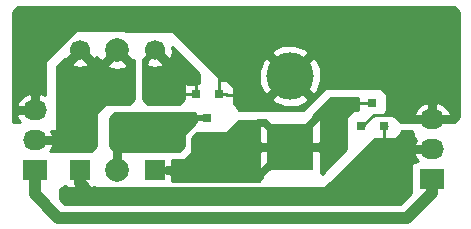
<source format=gbr>
G04 #@! TF.FileFunction,Copper,L1,Top,Signal*
%FSLAX46Y46*%
G04 Gerber Fmt 4.6, Leading zero omitted, Abs format (unit mm)*
G04 Created by KiCad (PCBNEW 4.0.2-stable) date 9/4/2016 3:00:48 AM*
%MOMM*%
G01*
G04 APERTURE LIST*
%ADD10C,0.100000*%
%ADD11C,1.699260*%
%ADD12R,1.699260X1.699260*%
%ADD13R,0.800100X0.800100*%
%ADD14C,1.998980*%
%ADD15C,4.000000*%
%ADD16R,4.000000X4.000000*%
%ADD17R,2.032000X1.727200*%
%ADD18O,2.032000X1.727200*%
%ADD19C,0.600000*%
%ADD20C,0.250000*%
%ADD21C,0.640000*%
%ADD22C,0.700000*%
%ADD23C,1.000000*%
%ADD24C,0.600000*%
%ADD25C,0.500000*%
%ADD26C,0.750000*%
%ADD27C,0.254000*%
G04 APERTURE END LIST*
D10*
D11*
X130810000Y-99060000D03*
D12*
X130810000Y-109220000D03*
D11*
X137160000Y-99060000D03*
D12*
X137160000Y-109220000D03*
D13*
X142555000Y-102776020D03*
X140655000Y-102776020D03*
X141605000Y-104775000D03*
X154625000Y-105503980D03*
X156525000Y-105503980D03*
X155575000Y-103505000D03*
D14*
X133985000Y-109220000D03*
X133985000Y-99060000D03*
D15*
X148590000Y-101220000D03*
D16*
X148590000Y-107220000D03*
D17*
X127000000Y-109220000D03*
D18*
X127000000Y-106680000D03*
X127000000Y-104140000D03*
D17*
X160655000Y-109982000D03*
D18*
X160655000Y-107442000D03*
X160655000Y-104902000D03*
D19*
X161500000Y-102220000D03*
X161500000Y-100220000D03*
X161500000Y-97970000D03*
X160000000Y-96470000D03*
X158000000Y-96470000D03*
X156000000Y-96470000D03*
X154000000Y-96470000D03*
X152000000Y-96470000D03*
X150000000Y-96470000D03*
X148000000Y-96470000D03*
X146000000Y-96470000D03*
X143750000Y-96470000D03*
X141750000Y-96470000D03*
X139750000Y-96470000D03*
X137750000Y-96470000D03*
X135750000Y-96470000D03*
X133750000Y-96470000D03*
X131750000Y-96470000D03*
X129750000Y-96470000D03*
X127750000Y-96470000D03*
X126500000Y-97720000D03*
X126500000Y-99470000D03*
X126500000Y-101220000D03*
X134000000Y-101720000D03*
X132000000Y-101720000D03*
X130750000Y-102970000D03*
X130750000Y-104970000D03*
X130750000Y-106720000D03*
D20*
X161500000Y-100220000D02*
X161500000Y-102220000D01*
X160000000Y-96470000D02*
X161500000Y-97970000D01*
X158000000Y-96470000D02*
X160000000Y-96470000D01*
X154000000Y-96470000D02*
X156000000Y-96470000D01*
X150000000Y-96470000D02*
X152000000Y-96470000D01*
X146000000Y-96470000D02*
X148000000Y-96470000D01*
X141750000Y-96470000D02*
X143750000Y-96470000D01*
X137750000Y-96470000D02*
X139750000Y-96470000D01*
X133750000Y-96470000D02*
X135750000Y-96470000D01*
X129750000Y-96470000D02*
X131750000Y-96470000D01*
X126500000Y-97720000D02*
X127750000Y-96470000D01*
X126500000Y-102526400D02*
X126500000Y-101220000D01*
X127000000Y-104140000D02*
X127000000Y-103026400D01*
X127000000Y-103026400D02*
X126500000Y-102526400D01*
X156000000Y-104521000D02*
X158801000Y-104521000D01*
X155702000Y-104521000D02*
X156000000Y-104521000D01*
X156000000Y-104521000D02*
X156500000Y-104521000D01*
X154719020Y-105503980D02*
X155702000Y-104521000D01*
X158801000Y-104521000D02*
X159182000Y-104902000D01*
X159182000Y-104902000D02*
X160655000Y-104902000D01*
X154625000Y-105503980D02*
X154846020Y-105503980D01*
X146685000Y-102870000D02*
X148590000Y-100965000D01*
X143299030Y-102870000D02*
X146685000Y-102870000D01*
X142555000Y-102776020D02*
X143205050Y-102776020D01*
X143205050Y-102776020D02*
X143299030Y-102870000D01*
X142555000Y-101280000D02*
X142555000Y-102776020D01*
X138430000Y-97155000D02*
X142555000Y-101280000D01*
D21*
X148590000Y-107130000D02*
X151000000Y-104720000D01*
D20*
X148590000Y-107220000D02*
X148590000Y-107130000D01*
D21*
X146250000Y-109470000D02*
X145250000Y-109470000D01*
D22*
X148000000Y-107720000D02*
X146000000Y-109720000D01*
D20*
X146000000Y-105220000D02*
X145500000Y-105220000D01*
D21*
X146500000Y-105220000D02*
X146000000Y-105220000D01*
X148500000Y-107220000D02*
X146500000Y-105220000D01*
D20*
X148590000Y-107220000D02*
X148500000Y-107220000D01*
X151765000Y-103505000D02*
X155575000Y-103505000D01*
X148590000Y-106965000D02*
X148590000Y-106680000D01*
X137160000Y-109220000D02*
X144780000Y-109220000D01*
X130750000Y-102970000D02*
X132000000Y-101720000D01*
X130750000Y-106720000D02*
X130750000Y-104970000D01*
X158000000Y-106720000D02*
X157500000Y-106720000D01*
X156525000Y-105503980D02*
X156783980Y-105503980D01*
X158722000Y-107442000D02*
X160655000Y-107442000D01*
X156525000Y-106154030D02*
X156525000Y-105503980D01*
D23*
X130810000Y-110319630D02*
X131615370Y-111125000D01*
X130810000Y-109220000D02*
X130810000Y-110319630D01*
X131615370Y-111125000D02*
X151554030Y-111125000D01*
D20*
X156525000Y-107118000D02*
X156525000Y-106154030D01*
X140655000Y-101875000D02*
X139975000Y-101875000D01*
X139975000Y-101875000D02*
X137160000Y-99060000D01*
X140655000Y-102776020D02*
X140655000Y-101875000D01*
X136120742Y-100840742D02*
X138056020Y-102776020D01*
X138056020Y-102776020D02*
X140655000Y-102776020D01*
X136120742Y-100220000D02*
X136120742Y-100840742D01*
X136310371Y-100030371D02*
X136120742Y-100220000D01*
D24*
X137160000Y-99060000D02*
X136310371Y-99909629D01*
X136310371Y-99909629D02*
X136310371Y-100030371D01*
D20*
X140655000Y-102555000D02*
X140655000Y-102776020D01*
X133985000Y-107315000D02*
X136525000Y-104775000D01*
D25*
X136525000Y-104775000D02*
X141605000Y-104775000D01*
D26*
X133985000Y-109220000D02*
X133985000Y-107315000D01*
D23*
X160655000Y-109982000D02*
X160655000Y-111095600D01*
X158530600Y-113220000D02*
X129000000Y-113220000D01*
X160655000Y-111095600D02*
X158530600Y-113220000D01*
X129000000Y-113220000D02*
X127000000Y-111220000D01*
X127000000Y-111220000D02*
X127000000Y-109220000D01*
D27*
G36*
X140623000Y-104522606D02*
X140623000Y-105086725D01*
X140577950Y-105131775D01*
X140577950Y-105212444D01*
X139660197Y-106130197D01*
X139632334Y-106172211D01*
X139623000Y-106220000D01*
X139623000Y-107167394D01*
X139197394Y-107593000D01*
X134213991Y-107593000D01*
X134126634Y-107567704D01*
X133899348Y-107593000D01*
X133802606Y-107593000D01*
X133377000Y-107167394D01*
X133377000Y-104772606D01*
X133802606Y-104347000D01*
X140447394Y-104347000D01*
X140623000Y-104522606D01*
X140623000Y-104522606D01*
G37*
X140623000Y-104522606D02*
X140623000Y-105086725D01*
X140577950Y-105131775D01*
X140577950Y-105212444D01*
X139660197Y-106130197D01*
X139632334Y-106172211D01*
X139623000Y-106220000D01*
X139623000Y-107167394D01*
X139197394Y-107593000D01*
X134213991Y-107593000D01*
X134126634Y-107567704D01*
X133899348Y-107593000D01*
X133802606Y-107593000D01*
X133377000Y-107167394D01*
X133377000Y-104772606D01*
X133802606Y-104347000D01*
X140447394Y-104347000D01*
X140623000Y-104522606D01*
G36*
X154373000Y-104093000D02*
X154000000Y-104093000D01*
X153950590Y-104103006D01*
X153910197Y-104130197D01*
X153410197Y-104630197D01*
X153382334Y-104672211D01*
X153373000Y-104720000D01*
X153373000Y-107417394D01*
X151284791Y-109505603D01*
X151211268Y-109358556D01*
X151217000Y-109344718D01*
X151217000Y-107624750D01*
X151060250Y-107468000D01*
X148838000Y-107468000D01*
X148838000Y-107488000D01*
X148342000Y-107488000D01*
X148342000Y-107468000D01*
X146119750Y-107468000D01*
X145963000Y-107624750D01*
X145963000Y-109344718D01*
X146058455Y-109575167D01*
X146234833Y-109751545D01*
X146273028Y-109767366D01*
X145947394Y-110093000D01*
X138636630Y-110093000D01*
X138636630Y-109624750D01*
X138479880Y-109468000D01*
X138111667Y-109468000D01*
X138081011Y-108972000D01*
X138479880Y-108972000D01*
X138636630Y-108815250D01*
X138636630Y-108331000D01*
X139700000Y-108331000D01*
X139749410Y-108320994D01*
X139789803Y-108293803D01*
X140297803Y-107785803D01*
X140325666Y-107743789D01*
X140335000Y-107696000D01*
X140335000Y-106478606D01*
X140768606Y-106045000D01*
X143256000Y-106045000D01*
X143305410Y-106034994D01*
X143345803Y-106007803D01*
X144324606Y-105029000D01*
X145990455Y-105029000D01*
X145963000Y-105095282D01*
X145963000Y-106815250D01*
X146119750Y-106972000D01*
X148342000Y-106972000D01*
X148342000Y-106952000D01*
X148838000Y-106952000D01*
X148838000Y-106972000D01*
X151060250Y-106972000D01*
X151217000Y-106815250D01*
X151217000Y-105095282D01*
X151121545Y-104864833D01*
X150945167Y-104688455D01*
X150714718Y-104593000D01*
X150588878Y-104593000D01*
X152053398Y-103097000D01*
X154373000Y-103097000D01*
X154373000Y-104093000D01*
X154373000Y-104093000D01*
G37*
X154373000Y-104093000D02*
X154000000Y-104093000D01*
X153950590Y-104103006D01*
X153910197Y-104130197D01*
X153410197Y-104630197D01*
X153382334Y-104672211D01*
X153373000Y-104720000D01*
X153373000Y-107417394D01*
X151284791Y-109505603D01*
X151211268Y-109358556D01*
X151217000Y-109344718D01*
X151217000Y-107624750D01*
X151060250Y-107468000D01*
X148838000Y-107468000D01*
X148838000Y-107488000D01*
X148342000Y-107488000D01*
X148342000Y-107468000D01*
X146119750Y-107468000D01*
X145963000Y-107624750D01*
X145963000Y-109344718D01*
X146058455Y-109575167D01*
X146234833Y-109751545D01*
X146273028Y-109767366D01*
X145947394Y-110093000D01*
X138636630Y-110093000D01*
X138636630Y-109624750D01*
X138479880Y-109468000D01*
X138111667Y-109468000D01*
X138081011Y-108972000D01*
X138479880Y-108972000D01*
X138636630Y-108815250D01*
X138636630Y-108331000D01*
X139700000Y-108331000D01*
X139749410Y-108320994D01*
X139789803Y-108293803D01*
X140297803Y-107785803D01*
X140325666Y-107743789D01*
X140335000Y-107696000D01*
X140335000Y-106478606D01*
X140768606Y-106045000D01*
X143256000Y-106045000D01*
X143305410Y-106034994D01*
X143345803Y-106007803D01*
X144324606Y-105029000D01*
X145990455Y-105029000D01*
X145963000Y-105095282D01*
X145963000Y-106815250D01*
X146119750Y-106972000D01*
X148342000Y-106972000D01*
X148342000Y-106952000D01*
X148838000Y-106952000D01*
X148838000Y-106972000D01*
X151060250Y-106972000D01*
X151217000Y-106815250D01*
X151217000Y-105095282D01*
X151121545Y-104864833D01*
X150945167Y-104688455D01*
X150714718Y-104593000D01*
X150588878Y-104593000D01*
X152053398Y-103097000D01*
X154373000Y-103097000D01*
X154373000Y-104093000D01*
G36*
X134349868Y-99045858D02*
X134335725Y-99060000D01*
X135207576Y-99931851D01*
X135373000Y-99859857D01*
X135373000Y-103167394D01*
X134947394Y-103593000D01*
X133000000Y-103593000D01*
X132950590Y-103603006D01*
X132909663Y-103630735D01*
X132243663Y-104304735D01*
X132216051Y-104346914D01*
X132207000Y-104394000D01*
X132207000Y-107135394D01*
X131773394Y-107569000D01*
X129794000Y-107569000D01*
X129790163Y-107569058D01*
X128998082Y-107593000D01*
X128295021Y-107593000D01*
X128408067Y-107474127D01*
X128565333Y-107154878D01*
X128462992Y-106928000D01*
X127248000Y-106928000D01*
X127248000Y-106948000D01*
X126752000Y-106948000D01*
X126752000Y-106928000D01*
X126732000Y-106928000D01*
X126732000Y-106432000D01*
X126752000Y-106432000D01*
X126752000Y-106412000D01*
X127248000Y-106412000D01*
X127248000Y-106432000D01*
X128462992Y-106432000D01*
X128565333Y-106205122D01*
X128408067Y-105885873D01*
X128371100Y-105847000D01*
X128750000Y-105847000D01*
X128799410Y-105836994D01*
X128841035Y-105808553D01*
X128868315Y-105766159D01*
X128876980Y-105722250D01*
X128904980Y-104142250D01*
X128905000Y-104140000D01*
X128905000Y-100382606D01*
X129114751Y-100172855D01*
X130047870Y-100172855D01*
X130137779Y-100407156D01*
X130704483Y-100561857D01*
X131287251Y-100487915D01*
X131482221Y-100407156D01*
X131530026Y-100282576D01*
X133113149Y-100282576D01*
X133221841Y-100532321D01*
X133843366Y-100712296D01*
X134486453Y-100640723D01*
X134748159Y-100532321D01*
X134856851Y-100282576D01*
X133985000Y-99410725D01*
X133113149Y-100282576D01*
X131530026Y-100282576D01*
X131572130Y-100172855D01*
X130810000Y-99410725D01*
X130047870Y-100172855D01*
X129114751Y-100172855D01*
X129529722Y-99757884D01*
X129697145Y-99822130D01*
X130459275Y-99060000D01*
X130445133Y-99045858D01*
X130795858Y-98695133D01*
X130810000Y-98709275D01*
X130824143Y-98695133D01*
X131174868Y-99045858D01*
X131160725Y-99060000D01*
X131922855Y-99822130D01*
X132157156Y-99732221D01*
X132181197Y-99644152D01*
X132425020Y-99822504D01*
X132470807Y-99843599D01*
X132521194Y-99845219D01*
X132543573Y-99836604D01*
X132762424Y-99931851D01*
X133634275Y-99060000D01*
X133620133Y-99045858D01*
X133970858Y-98695133D01*
X133985000Y-98709275D01*
X133999143Y-98695133D01*
X134349868Y-99045858D01*
X134349868Y-99045858D01*
G37*
X134349868Y-99045858D02*
X134335725Y-99060000D01*
X135207576Y-99931851D01*
X135373000Y-99859857D01*
X135373000Y-103167394D01*
X134947394Y-103593000D01*
X133000000Y-103593000D01*
X132950590Y-103603006D01*
X132909663Y-103630735D01*
X132243663Y-104304735D01*
X132216051Y-104346914D01*
X132207000Y-104394000D01*
X132207000Y-107135394D01*
X131773394Y-107569000D01*
X129794000Y-107569000D01*
X129790163Y-107569058D01*
X128998082Y-107593000D01*
X128295021Y-107593000D01*
X128408067Y-107474127D01*
X128565333Y-107154878D01*
X128462992Y-106928000D01*
X127248000Y-106928000D01*
X127248000Y-106948000D01*
X126752000Y-106948000D01*
X126752000Y-106928000D01*
X126732000Y-106928000D01*
X126732000Y-106432000D01*
X126752000Y-106432000D01*
X126752000Y-106412000D01*
X127248000Y-106412000D01*
X127248000Y-106432000D01*
X128462992Y-106432000D01*
X128565333Y-106205122D01*
X128408067Y-105885873D01*
X128371100Y-105847000D01*
X128750000Y-105847000D01*
X128799410Y-105836994D01*
X128841035Y-105808553D01*
X128868315Y-105766159D01*
X128876980Y-105722250D01*
X128904980Y-104142250D01*
X128905000Y-104140000D01*
X128905000Y-100382606D01*
X129114751Y-100172855D01*
X130047870Y-100172855D01*
X130137779Y-100407156D01*
X130704483Y-100561857D01*
X131287251Y-100487915D01*
X131482221Y-100407156D01*
X131530026Y-100282576D01*
X133113149Y-100282576D01*
X133221841Y-100532321D01*
X133843366Y-100712296D01*
X134486453Y-100640723D01*
X134748159Y-100532321D01*
X134856851Y-100282576D01*
X133985000Y-99410725D01*
X133113149Y-100282576D01*
X131530026Y-100282576D01*
X131572130Y-100172855D01*
X130810000Y-99410725D01*
X130047870Y-100172855D01*
X129114751Y-100172855D01*
X129529722Y-99757884D01*
X129697145Y-99822130D01*
X130459275Y-99060000D01*
X130445133Y-99045858D01*
X130795858Y-98695133D01*
X130810000Y-98709275D01*
X130824143Y-98695133D01*
X131174868Y-99045858D01*
X131160725Y-99060000D01*
X131922855Y-99822130D01*
X132157156Y-99732221D01*
X132181197Y-99644152D01*
X132425020Y-99822504D01*
X132470807Y-99843599D01*
X132521194Y-99845219D01*
X132543573Y-99836604D01*
X132762424Y-99931851D01*
X133634275Y-99060000D01*
X133620133Y-99045858D01*
X133970858Y-98695133D01*
X133985000Y-98709275D01*
X133999143Y-98695133D01*
X134349868Y-99045858D01*
G36*
X137524868Y-99045858D02*
X137510725Y-99060000D01*
X138272855Y-99822130D01*
X138507156Y-99732221D01*
X138661857Y-99165517D01*
X138610406Y-98760012D01*
X140873000Y-101022606D01*
X140873000Y-101843000D01*
X140392255Y-101843000D01*
X140298225Y-101748970D01*
X140130232Y-101748970D01*
X139903223Y-101843000D01*
X139750000Y-101843000D01*
X139700590Y-101853006D01*
X139658965Y-101881447D01*
X139631685Y-101923841D01*
X139623000Y-101970000D01*
X139623000Y-103167394D01*
X139197394Y-103593000D01*
X136552606Y-103593000D01*
X136127000Y-103167394D01*
X136127000Y-100152664D01*
X136272532Y-100298196D01*
X136397871Y-100172857D01*
X136487779Y-100407156D01*
X137054483Y-100561857D01*
X137637251Y-100487915D01*
X137832221Y-100407156D01*
X137922130Y-100172855D01*
X137160000Y-99410725D01*
X137145858Y-99424868D01*
X136795133Y-99074143D01*
X136809275Y-99060000D01*
X136795133Y-99045858D01*
X137145858Y-98695133D01*
X137160000Y-98709275D01*
X137174143Y-98695133D01*
X137524868Y-99045858D01*
X137524868Y-99045858D01*
G37*
X137524868Y-99045858D02*
X137510725Y-99060000D01*
X138272855Y-99822130D01*
X138507156Y-99732221D01*
X138661857Y-99165517D01*
X138610406Y-98760012D01*
X140873000Y-101022606D01*
X140873000Y-101843000D01*
X140392255Y-101843000D01*
X140298225Y-101748970D01*
X140130232Y-101748970D01*
X139903223Y-101843000D01*
X139750000Y-101843000D01*
X139700590Y-101853006D01*
X139658965Y-101881447D01*
X139631685Y-101923841D01*
X139623000Y-101970000D01*
X139623000Y-103167394D01*
X139197394Y-103593000D01*
X136552606Y-103593000D01*
X136127000Y-103167394D01*
X136127000Y-100152664D01*
X136272532Y-100298196D01*
X136397871Y-100172857D01*
X136487779Y-100407156D01*
X137054483Y-100561857D01*
X137637251Y-100487915D01*
X137832221Y-100407156D01*
X137922130Y-100172855D01*
X137160000Y-99410725D01*
X137145858Y-99424868D01*
X136795133Y-99074143D01*
X136809275Y-99060000D01*
X136795133Y-99045858D01*
X137145858Y-98695133D01*
X137160000Y-98709275D01*
X137174143Y-98695133D01*
X137524868Y-99045858D01*
G36*
X159129517Y-106510161D02*
X159154634Y-106553871D01*
X159194779Y-106584366D01*
X159225093Y-106594534D01*
X159286061Y-106606728D01*
X159246933Y-106647873D01*
X159089667Y-106967122D01*
X159192008Y-107194000D01*
X160373000Y-107194000D01*
X160373000Y-107690000D01*
X159192008Y-107690000D01*
X159089667Y-107916878D01*
X159246933Y-108236127D01*
X159440229Y-108439387D01*
X158959839Y-108599517D01*
X158916129Y-108624634D01*
X158885634Y-108664779D01*
X158873000Y-108720000D01*
X158873000Y-111167394D01*
X157947394Y-112093000D01*
X129552606Y-112093000D01*
X129127000Y-111667394D01*
X129127000Y-110785896D01*
X129515995Y-110511967D01*
X129605203Y-110601175D01*
X129835652Y-110696630D01*
X130405250Y-110696630D01*
X130562000Y-110539880D01*
X130562000Y-110109000D01*
X131058000Y-110109000D01*
X131058000Y-110539880D01*
X131214750Y-110696630D01*
X131784348Y-110696630D01*
X132012514Y-110602120D01*
X132244197Y-110833803D01*
X132286211Y-110861666D01*
X132334000Y-110871000D01*
X151384000Y-110871000D01*
X151433410Y-110860994D01*
X151472841Y-110834754D01*
X155801815Y-106597000D01*
X157500000Y-106597000D01*
X157549410Y-106586994D01*
X157589803Y-106559803D01*
X157839803Y-106309803D01*
X157863592Y-106276796D01*
X158078490Y-105847000D01*
X158908463Y-105847000D01*
X159129517Y-106510161D01*
X159129517Y-106510161D01*
G37*
X159129517Y-106510161D02*
X159154634Y-106553871D01*
X159194779Y-106584366D01*
X159225093Y-106594534D01*
X159286061Y-106606728D01*
X159246933Y-106647873D01*
X159089667Y-106967122D01*
X159192008Y-107194000D01*
X160373000Y-107194000D01*
X160373000Y-107690000D01*
X159192008Y-107690000D01*
X159089667Y-107916878D01*
X159246933Y-108236127D01*
X159440229Y-108439387D01*
X158959839Y-108599517D01*
X158916129Y-108624634D01*
X158885634Y-108664779D01*
X158873000Y-108720000D01*
X158873000Y-111167394D01*
X157947394Y-112093000D01*
X129552606Y-112093000D01*
X129127000Y-111667394D01*
X129127000Y-110785896D01*
X129515995Y-110511967D01*
X129605203Y-110601175D01*
X129835652Y-110696630D01*
X130405250Y-110696630D01*
X130562000Y-110539880D01*
X130562000Y-110109000D01*
X131058000Y-110109000D01*
X131058000Y-110539880D01*
X131214750Y-110696630D01*
X131784348Y-110696630D01*
X132012514Y-110602120D01*
X132244197Y-110833803D01*
X132286211Y-110861666D01*
X132334000Y-110871000D01*
X151384000Y-110871000D01*
X151433410Y-110860994D01*
X151472841Y-110834754D01*
X155801815Y-106597000D01*
X157500000Y-106597000D01*
X157549410Y-106586994D01*
X157589803Y-106559803D01*
X157839803Y-106309803D01*
X157863592Y-106276796D01*
X158078490Y-105847000D01*
X158908463Y-105847000D01*
X159129517Y-106510161D01*
G36*
X162873000Y-95772606D02*
X162873000Y-104667394D01*
X162447394Y-105093000D01*
X161500000Y-105093000D01*
X161450590Y-105103006D01*
X161410197Y-105130197D01*
X161390394Y-105150000D01*
X160903000Y-105150000D01*
X160903000Y-105170000D01*
X160407000Y-105170000D01*
X160407000Y-105150000D01*
X160109606Y-105150000D01*
X160089803Y-105130197D01*
X160047789Y-105102334D01*
X160000000Y-105093000D01*
X158041835Y-105093000D01*
X157301480Y-104545864D01*
X157255797Y-104524545D01*
X157226000Y-104521000D01*
X156770606Y-104521000D01*
X156676728Y-104427122D01*
X159089667Y-104427122D01*
X159192008Y-104654000D01*
X160407000Y-104654000D01*
X160407000Y-103576117D01*
X160903000Y-103576117D01*
X160903000Y-104654000D01*
X162117992Y-104654000D01*
X162220333Y-104427122D01*
X162063067Y-104107873D01*
X161663586Y-103687799D01*
X161133758Y-103452576D01*
X160903000Y-103576117D01*
X160407000Y-103576117D01*
X160176242Y-103452576D01*
X159646414Y-103687799D01*
X159246933Y-104107873D01*
X159089667Y-104427122D01*
X156676728Y-104427122D01*
X156643606Y-104394000D01*
X156807803Y-104229803D01*
X156835666Y-104187789D01*
X156845000Y-104140000D01*
X156845000Y-102870000D01*
X156834994Y-102820590D01*
X156807803Y-102780197D01*
X156299803Y-102272197D01*
X156257789Y-102244334D01*
X156210000Y-102235000D01*
X151638000Y-102235000D01*
X151588590Y-102245006D01*
X151548919Y-102271481D01*
X149697989Y-104093000D01*
X144314550Y-104093000D01*
X143886383Y-103506149D01*
X143883931Y-103169841D01*
X146990884Y-103169841D01*
X147223036Y-103523387D01*
X148208558Y-103871167D01*
X149252151Y-103815330D01*
X149956964Y-103523387D01*
X150189116Y-103169841D01*
X148590000Y-101570725D01*
X146990884Y-103169841D01*
X143883931Y-103169841D01*
X143876997Y-102219074D01*
X143866631Y-102169738D01*
X143839803Y-102130197D01*
X143339803Y-101630197D01*
X143297789Y-101602334D01*
X143250000Y-101593000D01*
X142624979Y-101593000D01*
X142620984Y-101343963D01*
X142610187Y-101294720D01*
X142583803Y-101256197D01*
X142166164Y-100838558D01*
X145938833Y-100838558D01*
X145994670Y-101882151D01*
X146286613Y-102586964D01*
X146640159Y-102819116D01*
X148239275Y-101220000D01*
X148940725Y-101220000D01*
X150539841Y-102819116D01*
X150893387Y-102586964D01*
X151241167Y-101601442D01*
X151185330Y-100557849D01*
X150893387Y-99853036D01*
X150539841Y-99620884D01*
X148940725Y-101220000D01*
X148239275Y-101220000D01*
X146640159Y-99620884D01*
X146286613Y-99853036D01*
X145938833Y-100838558D01*
X142166164Y-100838558D01*
X140597765Y-99270159D01*
X146990884Y-99270159D01*
X148590000Y-100869275D01*
X150189116Y-99270159D01*
X149956964Y-98916613D01*
X148971442Y-98568833D01*
X147927849Y-98624670D01*
X147223036Y-98916613D01*
X146990884Y-99270159D01*
X140597765Y-99270159D01*
X138773803Y-97446197D01*
X138731789Y-97418334D01*
X138685024Y-97409004D01*
X130501024Y-97343004D01*
X130451535Y-97352611D01*
X130410197Y-97380197D01*
X127910197Y-99880197D01*
X127882334Y-99922211D01*
X127873000Y-99970000D01*
X127873000Y-102865604D01*
X127478758Y-102690576D01*
X127248000Y-102814117D01*
X127248000Y-103892000D01*
X127268000Y-103892000D01*
X127268000Y-104388000D01*
X127248000Y-104388000D01*
X127248000Y-104408000D01*
X126752000Y-104408000D01*
X126752000Y-104388000D01*
X125537008Y-104388000D01*
X125434667Y-104614878D01*
X125591933Y-104934127D01*
X125743018Y-105093000D01*
X125127000Y-105093000D01*
X125127000Y-103665122D01*
X125434667Y-103665122D01*
X125537008Y-103892000D01*
X126752000Y-103892000D01*
X126752000Y-102814117D01*
X126521242Y-102690576D01*
X125991414Y-102925799D01*
X125591933Y-103345873D01*
X125434667Y-103665122D01*
X125127000Y-103665122D01*
X125127000Y-95772606D01*
X125552606Y-95347000D01*
X162447394Y-95347000D01*
X162873000Y-95772606D01*
X162873000Y-95772606D01*
G37*
X162873000Y-95772606D02*
X162873000Y-104667394D01*
X162447394Y-105093000D01*
X161500000Y-105093000D01*
X161450590Y-105103006D01*
X161410197Y-105130197D01*
X161390394Y-105150000D01*
X160903000Y-105150000D01*
X160903000Y-105170000D01*
X160407000Y-105170000D01*
X160407000Y-105150000D01*
X160109606Y-105150000D01*
X160089803Y-105130197D01*
X160047789Y-105102334D01*
X160000000Y-105093000D01*
X158041835Y-105093000D01*
X157301480Y-104545864D01*
X157255797Y-104524545D01*
X157226000Y-104521000D01*
X156770606Y-104521000D01*
X156676728Y-104427122D01*
X159089667Y-104427122D01*
X159192008Y-104654000D01*
X160407000Y-104654000D01*
X160407000Y-103576117D01*
X160903000Y-103576117D01*
X160903000Y-104654000D01*
X162117992Y-104654000D01*
X162220333Y-104427122D01*
X162063067Y-104107873D01*
X161663586Y-103687799D01*
X161133758Y-103452576D01*
X160903000Y-103576117D01*
X160407000Y-103576117D01*
X160176242Y-103452576D01*
X159646414Y-103687799D01*
X159246933Y-104107873D01*
X159089667Y-104427122D01*
X156676728Y-104427122D01*
X156643606Y-104394000D01*
X156807803Y-104229803D01*
X156835666Y-104187789D01*
X156845000Y-104140000D01*
X156845000Y-102870000D01*
X156834994Y-102820590D01*
X156807803Y-102780197D01*
X156299803Y-102272197D01*
X156257789Y-102244334D01*
X156210000Y-102235000D01*
X151638000Y-102235000D01*
X151588590Y-102245006D01*
X151548919Y-102271481D01*
X149697989Y-104093000D01*
X144314550Y-104093000D01*
X143886383Y-103506149D01*
X143883931Y-103169841D01*
X146990884Y-103169841D01*
X147223036Y-103523387D01*
X148208558Y-103871167D01*
X149252151Y-103815330D01*
X149956964Y-103523387D01*
X150189116Y-103169841D01*
X148590000Y-101570725D01*
X146990884Y-103169841D01*
X143883931Y-103169841D01*
X143876997Y-102219074D01*
X143866631Y-102169738D01*
X143839803Y-102130197D01*
X143339803Y-101630197D01*
X143297789Y-101602334D01*
X143250000Y-101593000D01*
X142624979Y-101593000D01*
X142620984Y-101343963D01*
X142610187Y-101294720D01*
X142583803Y-101256197D01*
X142166164Y-100838558D01*
X145938833Y-100838558D01*
X145994670Y-101882151D01*
X146286613Y-102586964D01*
X146640159Y-102819116D01*
X148239275Y-101220000D01*
X148940725Y-101220000D01*
X150539841Y-102819116D01*
X150893387Y-102586964D01*
X151241167Y-101601442D01*
X151185330Y-100557849D01*
X150893387Y-99853036D01*
X150539841Y-99620884D01*
X148940725Y-101220000D01*
X148239275Y-101220000D01*
X146640159Y-99620884D01*
X146286613Y-99853036D01*
X145938833Y-100838558D01*
X142166164Y-100838558D01*
X140597765Y-99270159D01*
X146990884Y-99270159D01*
X148590000Y-100869275D01*
X150189116Y-99270159D01*
X149956964Y-98916613D01*
X148971442Y-98568833D01*
X147927849Y-98624670D01*
X147223036Y-98916613D01*
X146990884Y-99270159D01*
X140597765Y-99270159D01*
X138773803Y-97446197D01*
X138731789Y-97418334D01*
X138685024Y-97409004D01*
X130501024Y-97343004D01*
X130451535Y-97352611D01*
X130410197Y-97380197D01*
X127910197Y-99880197D01*
X127882334Y-99922211D01*
X127873000Y-99970000D01*
X127873000Y-102865604D01*
X127478758Y-102690576D01*
X127248000Y-102814117D01*
X127248000Y-103892000D01*
X127268000Y-103892000D01*
X127268000Y-104388000D01*
X127248000Y-104388000D01*
X127248000Y-104408000D01*
X126752000Y-104408000D01*
X126752000Y-104388000D01*
X125537008Y-104388000D01*
X125434667Y-104614878D01*
X125591933Y-104934127D01*
X125743018Y-105093000D01*
X125127000Y-105093000D01*
X125127000Y-103665122D01*
X125434667Y-103665122D01*
X125537008Y-103892000D01*
X126752000Y-103892000D01*
X126752000Y-102814117D01*
X126521242Y-102690576D01*
X125991414Y-102925799D01*
X125591933Y-103345873D01*
X125434667Y-103665122D01*
X125127000Y-103665122D01*
X125127000Y-95772606D01*
X125552606Y-95347000D01*
X162447394Y-95347000D01*
X162873000Y-95772606D01*
M02*

</source>
